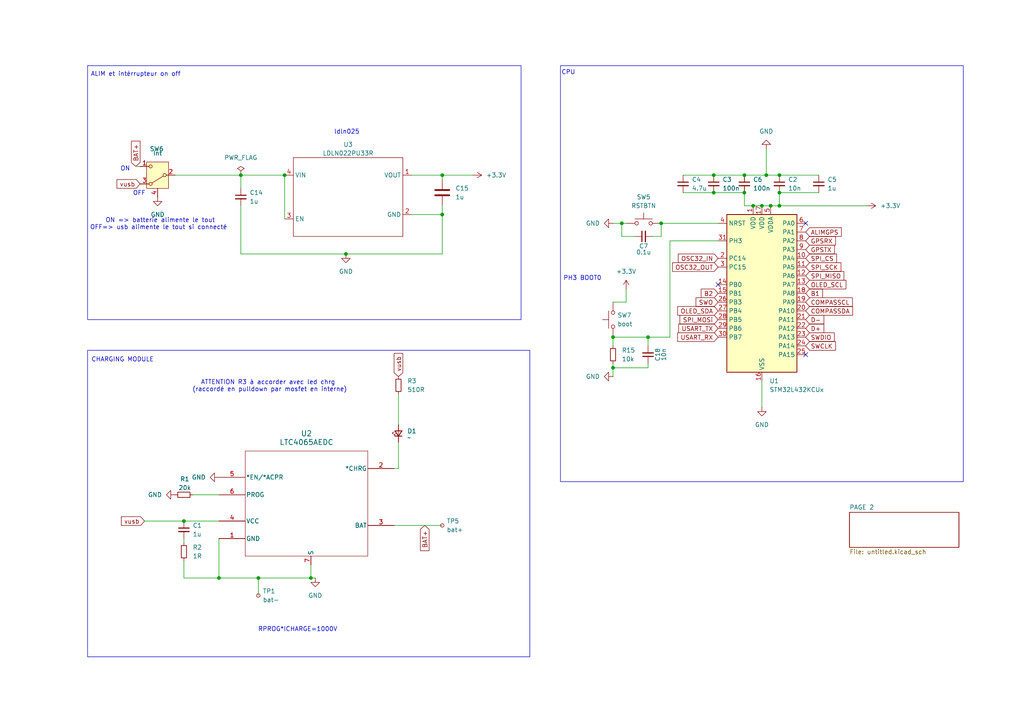
<source format=kicad_sch>
(kicad_sch (version 20231120) (generator "eeschema") (generator_version "8.0")
  (paper "A4")
  (title_block (title "Balise GPS") (company "ENSEA") (comment 1 "Pommery"))
  (lib_symbols
    (symbol "Connector:TestPoint_Small" (pin_numbers hide) (pin_names (offset 0.762) hide)
      (property "Reference" "TP" (at 0 3.81 0))
      (property "Value" "TestPoint_Small" (at 0 2.032 0))
      (symbol "TestPoint_Small_0_1"
        (circle (center 0 0) (radius 0.508))
      )
      (symbol "TestPoint_Small_1_1"
        (pin passive line (at 0 0 90) (length 0) (name "1") (number "1"))
      )
    )
    (symbol "Device:C" (pin_numbers hide) (pin_names (offset 0.254))
      (property "Reference" "C" (at 0.635 2.54 0))
      (property "Value" "C" (at 0.635 -2.54 0))
      (symbol "C_0_1"
        (polyline (pts (xy -2.032 -0.762) (xy 2.032 -0.762)) (stroke (width 0.508)))
        (polyline (pts (xy -2.032 0.762) (xy 2.032 0.762)) (stroke (width 0.508)))
      )
      (symbol "C_1_1"
        (pin passive line (at 0 3.81 270) (length 2.794) (name "~") (number "1"))
        (pin passive line (at 0 -3.81 90) (length 2.794) (name "~") (number "2"))
      )
    )
    (symbol "Device:C_Small" (pin_numbers hide) (pin_names (offset 0.254) hide)
      (property "Reference" "C" (at 0.254 1.778 0))
      (property "Value" "C_Small" (at 0.254 -2.032 0))
      (symbol "C_Small_0_1"
        (polyline (pts (xy -1.524 -0.508) (xy 1.524 -0.508)) (stroke (width 0.3302)))
        (polyline (pts (xy -1.524 0.508) (xy 1.524 0.508)) (stroke (width 0.3048)))
      )
      (symbol "C_Small_1_1"
        (pin passive line (at 0 2.54 270) (length 2.032) (name "~") (number "1"))
        (pin passive line (at 0 -2.54 90) (length 2.032) (name "~") (number "2"))
      )
    )
    (symbol "Device:LED_Small" (pin_numbers hide) (pin_names (offset 0.254) hide)
      (property "Reference" "D" (at -1.27 3.175 0))
      (property "Value" "LED_Small" (at -4.445 -2.54 0))
      (symbol "LED_Small_0_1"
        (polyline (pts (xy -0.762 -1.016) (xy -0.762 1.016)) (stroke (width 0.254)))
        (polyline (pts (xy 1.016 0) (xy -0.762 0)))
        (polyline (pts (xy 0.762 -1.016) (xy -0.762 0) (xy 0.762 1.016) (xy 0.762 -1.016)) (stroke (width 0.254)))
        (polyline (pts (xy 0 0.762) (xy -0.508 1.27) (xy -0.254 1.27) (xy -0.508 1.27) (xy -0.508 1.016)))
        (polyline (pts (xy 0.508 1.27) (xy 0 1.778) (xy 0.254 1.778) (xy 0 1.778) (xy 0 1.524)))
      )
      (symbol "LED_Small_1_1"
        (pin passive line (at -2.54 0 0) (length 1.778) (name "K") (number "1"))
        (pin passive line (at 2.54 0 180) (length 1.778) (name "A") (number "2"))
      )
    )
    (symbol "Device:R_Small" (pin_numbers hide) (pin_names (offset 0.254) hide)
      (property "Reference" "R" (at 0.762 0.508 0))
      (property "Value" "R_Small" (at 0.762 -1.016 0))
      (symbol "R_Small_0_1"
        (rectangle (start -0.762 1.778) (end 0.762 -1.778) (stroke (width 0.2032)))
      )
      (symbol "R_Small_1_1"
        (pin passive line (at 0 2.54 270) (length 0.762) (name "~") (number "1"))
        (pin passive line (at 0 -2.54 90) (length 0.762) (name "~") (number "2"))
      )
    )
    (symbol "LDLN025PU33R:LDLN025PU33R"
      (property "Reference" "U" (at 0 0 0))
      (symbol "LDLN025PU33R_0_1"
        (rectangle (start -15.24 11.43) (end 16.51 -11.43))
      )
      (symbol "LDLN025PU33R_1_1"
        (pin power_out line (at 19.05 6.35 180) (length 2.54) (name "VOUT") (number "1"))
        (pin power_out line (at 19.05 -5.08 180) (length 2.54) (name "GND") (number "2"))
        (pin input line (at -17.78 -6.35 0) (length 2.54) (name "EN") (number "3"))
        (pin power_in line (at -17.78 6.35 0) (length 2.54) (name "VIN") (number "4"))
      )
    )
    (symbol "LTC4065:LTC4065AEDC" (pin_names (offset 0.254))
      (property "Reference" "U2" (at 25.4 12.7 0))
      (property "Value" "LTC4065AEDC" (at 25.4 10.16 0))
      (symbol "LTC4065AEDC_0_1"
        (polyline (pts (xy 7.62 -22.86) (xy 43.18 -22.86)) (stroke (width 0.127)))
        (polyline (pts (xy 7.62 7.62) (xy 7.62 -22.86)) (stroke (width 0.127)))
        (polyline (pts (xy 43.18 -22.86) (xy 43.18 7.62)) (stroke (width 0.127)))
        (polyline (pts (xy 43.18 7.62) (xy 7.62 7.62)) (stroke (width 0.127)))
        (pin power_in line (at 0 -17.78 0) (length 7.62) (name "GND") (number "1"))
        (pin output line (at 50.8 2.54 180) (length 7.62) (name "*CHRG") (number "2"))
        (pin power_in line (at 0 -12.7 0) (length 7.62) (name "VCC") (number "4"))
        (pin bidirectional line (at 0 0 0) (length 7.62) (name "*EN/*ACPR") (number "5"))
        (pin unspecified line (at 0 -5.08 0) (length 7.62) (name "PROG") (number "6"))
      )
      (symbol "LTC4065AEDC_1_1"
        (pin power_out line (at 50.8 -13.97 180) (length 7.62) (name "BAT") (number "3"))
        (pin passive line (at 26.67 -25.4 90) (length 2.54) (name "S") (number "7"))
      )
    )
    (symbol "MCU_ST_STM32L4:STM32L432KCUx"
      (property "Reference" "U" (at -10.16 24.13 0))
      (property "Value" "STM32L432KCUx" (at 5.08 24.13 0))
      (symbol "STM32L432KCUx_0_1"
        (rectangle (start -10.16 -22.86) (end 10.16 22.86) (stroke (width 0.254)) (fill (type background)))
      )
      (symbol "STM32L432KCUx_1_1"
        (pin power_in line (at -2.54 25.4 270) (length 2.54) (name "VDD") (number "1"))
        (pin bidirectional line (at 12.7 10.16 180) (length 2.54) (name "PA4") (number "10"))
        (pin bidirectional line (at 12.7 7.62 180) (length 2.54) (name "PA5") (number "11"))
        (pin bidirectional line (at 12.7 5.08 180) (length 2.54) (name "PA6") (number "12"))
        (pin bidirectional line (at 12.7 2.54 180) (length 2.54) (name "PA7") (number "13"))
        (pin bidirectional line (at -12.7 2.54 0) (length 2.54) (name "PB0") (number "14"))
        (pin bidirectional line (at -12.7 0 0) (length 2.54) (name "PB1") (number "15"))
        (pin power_in line (at 0 -25.4 90) (length 2.54) (name "VSS") (number "16"))
        (pin power_in line (at 0 25.4 270) (length 2.54) (name "VDD") (number "17"))
        (pin bidirectional line (at 12.7 0 180) (length 2.54) (name "PA8") (number "18"))
        (pin bidirectional line (at 12.7 -2.54 180) (length 2.54) (name "PA9") (number "19"))
        (pin bidirectional line (at -12.7 10.16 0) (length 2.54) (name "PC14") (number "2"))
        (pin bidirectional line (at 12.7 -5.08 180) (length 2.54) (name "PA10") (number "20"))
        (pin bidirectional line (at 12.7 -7.62 180) (length 2.54) (name "PA11") (number "21"))
        (pin bidirectional line (at 12.7 -10.16 180) (length 2.54) (name "PA12") (number "22"))
        (pin bidirectional line (at 12.7 -12.7 180) (length 2.54) (name "PA13") (number "23"))
        (pin bidirectional line (at 12.7 -15.24 180) (length 2.54) (name "PA14") (number "24"))
        (pin bidirectional line (at 12.7 -17.78 180) (length 2.54) (name "PA15") (number "25"))
        (pin bidirectional line (at -12.7 -2.54 0) (length 2.54) (name "PB3") (number "26"))
        (pin bidirectional line (at -12.7 -5.08 0) (length 2.54) (name "PB4") (number "27"))
        (pin bidirectional line (at -12.7 -7.62 0) (length 2.54) (name "PB5") (number "28"))
        (pin bidirectional line (at -12.7 -10.16 0) (length 2.54) (name "PB6") (number "29"))
        (pin bidirectional line (at -12.7 7.62 0) (length 2.54) (name "PC15") (number "3"))
        (pin bidirectional line (at -12.7 -12.7 0) (length 2.54) (name "PB7") (number "30"))
        (pin bidirectional line (at -12.7 15.24 0) (length 2.54) (name "PH3") (number "31"))
        (pin passive line (at 0 -25.4 90) (length 2.54) hide (name "VSS") (number "32"))
        (pin passive line (at 0 -25.4 90) (length 2.54) hide (name "VSS") (number "33"))
        (pin input line (at -12.7 20.32 0) (length 2.54) (name "NRST") (number "4"))
        (pin power_in line (at 2.54 25.4 270) (length 2.54) (name "VDDA") (number "5"))
        (pin bidirectional line (at 12.7 20.32 180) (length 2.54) (name "PA0") (number "6"))
        (pin bidirectional line (at 12.7 17.78 180) (length 2.54) (name "PA1") (number "7"))
        (pin bidirectional line (at 12.7 15.24 180) (length 2.54) (name "PA2") (number "8"))
        (pin bidirectional line (at 12.7 12.7 180) (length 2.54) (name "PA3") (number "9"))
      )
    )
    (symbol "Switch:SW_Push" (pin_numbers hide) (pin_names (offset 1.016) hide)
      (property "Reference" "SW" (at 1.27 2.54 0))
      (property "Value" "SW_Push" (at 0 -1.524 0))
      (symbol "SW_Push_0_1"
        (circle (center -2.032 0) (radius 0.508))
        (polyline (pts (xy 0 1.27) (xy 0 3.048)))
        (polyline (pts (xy 2.54 1.27) (xy -2.54 1.27)))
        (circle (center 2.032 0) (radius 0.508))
        (pin passive line (at -5.08 0 0) (length 2.54) (name "1") (number "1"))
        (pin passive line (at 5.08 0 180) (length 2.54) (name "2") (number "2"))
      )
    )
    (symbol "Switch:SW_SPDT_321" (pin_names (offset 1) hide)
      (property "Reference" "SW6" (at 0.254 -7.62 0))
      (property "Value" "Int" (at 0 -6.35 0))
      (symbol "SW_SPDT_321_0_1"
        (circle (center -2.032 0) (radius 0.4572))
        (polyline (pts (xy -1.651 0.254) (xy 1.651 2.286)))
        (circle (center 2.032 -2.54) (radius 0.4572))
        (circle (center 2.032 2.54) (radius 0.4572))
      )
      (symbol "SW_SPDT_321_1_1"
        (rectangle (start -3.175 3.81) (end 3.175 -3.81) (fill (type background)))
        (pin passive line (at 5.08 -2.54 180) (length 2.54) (name "C") (number "1"))
        (pin passive line (at -5.08 0 0) (length 2.54) (name "B") (number "2"))
        (pin passive line (at 5.08 2.54 180) (length 2.54) (name "A") (number "3"))
        (pin passive line (at 0 6.35 270) (length 2.54) (name "S") (number "4"))
      )
    )
    (symbol "power:+3.3V" (power) (pin_numbers hide) (pin_names (offset 0) hide)
      (property "Value" "+3.3V" (at 0 3.556 0))
      (symbol "+3.3V_0_1"
        (polyline (pts (xy -0.762 1.27) (xy 0 2.54)))
        (polyline (pts (xy 0 0) (xy 0 2.54)))
        (polyline (pts (xy 0 2.54) (xy 0.762 1.27)))
      )
      (symbol "+3.3V_1_1"
        (pin power_in line (at 0 0 90) (length 0) (name "~") (number "1"))
      )
    )
    (symbol "power:GND" (power) (pin_numbers hide) (pin_names (offset 0) hide)
      (property "Value" "GND" (at 0 -3.81 0))
      (symbol "GND_0_1"
        (polyline (pts (xy 0 0) (xy 0 -1.27) (xy 1.27 -1.27) (xy 0 -2.54) (xy -1.27 -1.27) (xy 0 -1.27)))
      )
      (symbol "GND_1_1"
        (pin power_in line (at 0 0 270) (length 0) (name "~") (number "1"))
      )
    )
    (symbol "power:PWR_FLAG" (power) (pin_numbers hide) (pin_names (offset 0) hide)
      (property "Value" "PWR_FLAG" (at 0 3.81 0))
      (symbol "PWR_FLAG_0_0"
        (pin power_out line (at 0 0 90) (length 0) (name "~") (number "1"))
      )
      (symbol "PWR_FLAG_0_1"
        (polyline (pts (xy 0 0) (xy 0 1.27) (xy -1.016 1.905) (xy 0 2.54) (xy 1.016 1.905) (xy 0 1.27)))
      )
    )
  )
  (junction (at 177.8 97.79))
  (junction (at 226.06 59.69))
  (junction (at 69.85 50.8))
  (junction (at 180.34 64.77))
  (junction (at 226.06 50.8))
  (junction (at 226.06 55.88))
  (junction (at 90.17 167.64))
  (junction (at 128.27 50.8))
  (junction (at 215.9 55.88))
  (junction (at 215.9 50.8))
  (junction (at 187.96 97.79))
  (junction (at 100.33 73.66))
  (junction (at 63.5 167.64))
  (junction (at 53.34 151.13))
  (junction (at 223.52 59.69))
  (junction (at 177.8 106.68))
  (junction (at 128.27 62.23))
  (junction (at 218.44 59.69))
  (junction (at 222.25 50.8))
  (junction (at 207.01 50.8))
  (junction (at 82.55 50.8))
  (junction (at 191.77 64.77))
  (junction (at 74.93 167.64))
  (junction (at 207.01 55.88))
  (junction (at 220.98 59.69))
  (no_connect (at 233.68 102.87))
  (no_connect (at 233.68 64.77))
  (no_connect (at 208.28 82.55))
  (wire (pts (xy 191.77 64.77) (xy 208.28 64.77)))
  (wire (pts (xy 114.3 152.4) (xy 128.27 152.4)))
  (wire (pts (xy 177.8 97.79) (xy 187.96 97.79)))
  (wire (pts (xy 226.06 55.88) (xy 226.06 59.69)))
  (wire (pts (xy 180.34 64.77) (xy 181.61 64.77)))
  (wire (pts (xy 181.61 83.82) (xy 181.61 87.63)))
  (wire (pts (xy 177.8 100.33) (xy 177.8 97.79)))
  (wire (pts (xy 208.28 69.85) (xy 194.31 69.85)))
  (wire (pts (xy 114.3 135.89) (xy 115.57 135.89)))
  (wire (pts (xy 119.38 62.23) (xy 128.27 62.23)))
  (wire (pts (xy 187.96 106.68) (xy 177.8 106.68)))
  (wire (pts (xy 69.85 50.8) (xy 69.85 54.61)))
  (wire (pts (xy 226.06 55.88) (xy 237.49 55.88)))
  (wire (pts (xy 184.15 68.58) (xy 180.34 68.58)))
  (wire (pts (xy 128.27 62.23) (xy 128.27 59.69)))
  (wire (pts (xy 53.34 151.13) (xy 63.5 151.13)))
  (wire (pts (xy 90.17 163.83) (xy 90.17 167.64)))
  (wire (pts (xy 220.98 59.69) (xy 223.52 59.69)))
  (wire (pts (xy 63.5 167.64) (xy 74.93 167.64)))
  (wire (pts (xy 220.98 110.49) (xy 220.98 118.11)))
  (wire (pts (xy 191.77 64.77) (xy 191.77 68.58)))
  (wire (pts (xy 218.44 59.69) (xy 220.98 59.69)))
  (wire (pts (xy 128.27 73.66) (xy 100.33 73.66)))
  (wire (pts (xy 128.27 62.23) (xy 128.27 73.66)))
  (wire (pts (xy 69.85 59.69) (xy 69.85 73.66)))
  (wire (pts (xy 53.34 167.64) (xy 63.5 167.64)))
  (wire (pts (xy 82.55 63.5) (xy 82.55 50.8)))
  (wire (pts (xy 177.8 106.68) (xy 177.8 109.22)))
  (wire (pts (xy 226.06 50.8) (xy 237.49 50.8)))
  (wire (pts (xy 207.01 55.88) (xy 215.9 55.88)))
  (wire (pts (xy 215.9 50.8) (xy 222.25 50.8)))
  (wire (pts (xy 69.85 73.66) (xy 100.33 73.66)))
  (wire (pts (xy 226.06 59.69) (xy 251.46 59.69)))
  (wire (pts (xy 177.8 105.41) (xy 177.8 106.68)))
  (wire (pts (xy 187.96 97.79) (xy 194.31 97.79)))
  (wire (pts (xy 215.9 55.88) (xy 215.9 59.69)))
  (wire (pts (xy 74.93 167.64) (xy 74.93 172.72)))
  (wire (pts (xy 198.12 50.8) (xy 207.01 50.8)))
  (wire (pts (xy 119.38 50.8) (xy 128.27 50.8)))
  (wire (pts (xy 128.27 50.8) (xy 128.27 52.07)))
  (wire (pts (xy 115.57 114.3) (xy 115.57 123.19)))
  (wire (pts (xy 69.85 50.8) (xy 82.55 50.8)))
  (wire (pts (xy 207.01 50.8) (xy 215.9 50.8)))
  (wire (pts (xy 115.57 135.89) (xy 115.57 128.27)))
  (wire (pts (xy 189.23 68.58) (xy 191.77 68.58)))
  (wire (pts (xy 53.34 162.56) (xy 53.34 167.64)))
  (wire (pts (xy 198.12 55.88) (xy 207.01 55.88)))
  (wire (pts (xy 50.8 50.8) (xy 69.85 50.8)))
  (wire (pts (xy 215.9 59.69) (xy 218.44 59.69)))
  (wire (pts (xy 222.25 43.18) (xy 222.25 50.8)))
  (wire (pts (xy 90.17 167.64) (xy 91.44 167.64)))
  (wire (pts (xy 74.93 167.64) (xy 90.17 167.64)))
  (wire (pts (xy 55.88 143.51) (xy 63.5 143.51)))
  (wire (pts (xy 63.5 156.21) (xy 63.5 167.64)))
  (wire (pts (xy 222.25 50.8) (xy 226.06 50.8)))
  (wire (pts (xy 194.31 69.85) (xy 194.31 97.79)))
  (wire (pts (xy 187.96 105.41) (xy 187.96 106.68)))
  (wire (pts (xy 41.91 151.13) (xy 53.34 151.13)))
  (wire (pts (xy 128.27 50.8) (xy 137.16 50.8)))
  (wire (pts (xy 39.37 48.26) (xy 40.64 48.26)))
  (wire (pts (xy 226.06 59.69) (xy 223.52 59.69)))
  (wire (pts (xy 180.34 68.58) (xy 180.34 64.77)))
  (wire (pts (xy 181.61 87.63) (xy 177.8 87.63)))
  (wire (pts (xy 187.96 97.79) (xy 187.96 100.33)))
  (wire (pts (xy 53.34 156.21) (xy 53.34 157.48)))
  (wire (pts (xy 177.8 64.77) (xy 180.34 64.77)))
  (rectangle (start 162.56 19.05) (end 279.4 139.7))
  (rectangle (start 25.4 101.6) (end 153.67 190.5))
  (rectangle (start 25.4 19.05) (end 151.13 92.71))
  (text "PH3 BOOT0 " (at 169.418 80.772 0) (effects (font (size 1.27 1.27))))
  (text "CHARGING MODULE" (at 35.56 104.394 0) (effects (font (size 1.27 1.27))))
  (text "ON" (at 36.322 49.022 0) (effects (font (size 1.27 1.27))))
  (text "OFF" (at 40.386 56.134 0) (effects (font (size 1.27 1.27))))
  (text "ON => batterie alimente le tout\nOFF=> usb alimente le tout si connecté " (at 46.482 65.024 0) (effects (font (size 1.27 1.27))))
  (text "ATTENTION R3 à accorder avec led chrg \n(raccordé en pulldown par mosfet en interne)\n" (at 78.232 112.014 0) (effects (font (size 1.27 1.27))))
  (text "ldln025" (at 100.584 38.354 0) (effects (font (size 1.27 1.27))))
  (text "ALIM et intérrupteur on off" (at 39.37 21.59 0) (effects (font (size 1.27 1.27))))
  (text "RPROG*ICHARGE=1000V" (at 86.36 182.626 0) (effects (font (size 1.27 1.27))))
  (text "CPU" (at 164.846 21.082 0) (effects (font (size 1.27 1.27))))
  (global_label "OSC32_OUT" (shape input) (at 208.28 77.47 180) (property "Intersheetrefs" "${INTERSHEET_REFS}" (effects (hide yes))))
  (global_label "SWO" (shape input) (at 208.28 87.63 180) (property "Intersheetrefs" "${INTERSHEET_REFS}" (effects (hide yes))))
  (global_label "OSC32_IN" (shape input) (at 208.28 74.93 180) (property "Intersheetrefs" "${INTERSHEET_REFS}" (effects (hide yes))))
  (global_label "SPI_MOSi" (shape input) (at 208.28 92.71 180) (property "Intersheetrefs" "${INTERSHEET_REFS}" (effects (hide yes))))
  (global_label "GPSRX" (shape input) (at 233.68 69.85 0) (property "Intersheetrefs" "${INTERSHEET_REFS}" (effects (hide yes))))
  (global_label "GPSTX" (shape input) (at 233.68 72.39 0) (property "Intersheetrefs" "${INTERSHEET_REFS}" (effects (hide yes))))
  (global_label "SPI_CS" (shape input) (at 233.68 74.93 0) (property "Intersheetrefs" "${INTERSHEET_REFS}" (effects (hide yes))))
  (global_label "COMPASSDA" (shape input) (at 233.68 90.17 0) (property "Intersheetrefs" "${INTERSHEET_REFS}" (effects (hide yes))))
  (global_label "vusb" (shape input) (at 115.57 109.22 90) (property "Intersheetrefs" "${INTERSHEET_REFS}" (effects (hide yes))))
  (global_label "SWDIO" (shape input) (at 233.68 97.79 0) (property "Intersheetrefs" "${INTERSHEET_REFS}" (effects (hide yes))))
  (global_label "USART_TX" (shape input) (at 208.28 95.25 180) (property "Intersheetrefs" "${INTERSHEET_REFS}" (effects (hide yes))))
  (global_label "vusb" (shape input) (at 41.91 151.13 180) (property "Intersheetrefs" "${INTERSHEET_REFS}" (effects (hide yes))))
  (global_label "ALIMGPS" (shape input) (at 233.68 67.31 0) (property "Intersheetrefs" "${INTERSHEET_REFS}" (effects (hide yes))))
  (global_label "BAT+" (shape input) (at 39.37 48.26 90) (property "Intersheetrefs" "${INTERSHEET_REFS}" (effects (hide yes))))
  (global_label "OLED_SDA" (shape input) (at 208.28 90.17 180) (property "Intersheetrefs" "${INTERSHEET_REFS}" (effects (hide yes))))
  (global_label "B2" (shape input) (at 208.28 85.09 180) (property "Intersheetrefs" "${INTERSHEET_REFS}" (effects (hide yes))))
  (global_label "SPI_MISO" (shape input) (at 233.68 80.01 0) (property "Intersheetrefs" "${INTERSHEET_REFS}" (effects (hide yes))))
  (global_label "B1" (shape input) (at 233.68 85.09 0) (property "Intersheetrefs" "${INTERSHEET_REFS}" (effects (hide yes))))
  (global_label "USART_RX" (shape input) (at 208.28 97.79 180) (property "Intersheetrefs" "${INTERSHEET_REFS}" (effects (hide yes))))
  (global_label "D+" (shape input) (at 233.68 95.25 0) (property "Intersheetrefs" "${INTERSHEET_REFS}" (effects (hide yes))))
  (global_label "BAT+" (shape input) (at 123.19 152.4 270) (property "Intersheetrefs" "${INTERSHEET_REFS}" (effects (hide yes))))
  (global_label "D-" (shape input) (at 233.68 92.71 0) (property "Intersheetrefs" "${INTERSHEET_REFS}" (effects (hide yes))))
  (global_label "SWCLK" (shape input) (at 233.68 100.33 0) (property "Intersheetrefs" "${INTERSHEET_REFS}" (effects (hide yes))))
  (global_label "SPI_SCK" (shape input) (at 233.68 77.47 0) (property "Intersheetrefs" "${INTERSHEET_REFS}" (effects (hide yes))))
  (global_label "COMPASSCL" (shape input) (at 233.68 87.63 0) (property "Intersheetrefs" "${INTERSHEET_REFS}" (effects (hide yes))))
  (global_label "vusb" (shape input) (at 40.64 53.34 180) (property "Intersheetrefs" "${INTERSHEET_REFS}" (effects (hide yes))))
  (global_label "OLED_SCL" (shape input) (at 233.68 82.55 0) (property "Intersheetrefs" "${INTERSHEET_REFS}" (effects (hide yes))))
  (symbol (lib_id "power:GND") (at 63.5 138.43 270) (unit 1)
    (property "Reference" "#PWR02" (effects (hide yes)))
    (property "Value" "GND" (at 59.69 138.4299 90) (effects (justify right)))
    (property "Description" "Power symbol creates a global label with name \"GND\" , ground" (effects (hide yes)))
  )
  (symbol (lib_id "Device:C_Small") (at 226.06 53.34 0) (unit 1)
    (property "Reference" "C2" (at 228.6 52.0762 0) (effects (justify left)))
    (property "Value" "10n" (at 228.6 54.6162 0) (effects (justify left)))
    (property "Footprint" "Capacitor_SMD:C_0402_1005Metric_Pad0.74x0.62mm_HandSolder" (effects (hide yes)))
    (property "Description" "Unpolarized capacitor, small symbol" (effects (hide yes)))
  )
  (symbol (lib_id "power:PWR_FLAG") (at 69.85 50.8 0) (unit 1)
    (property "Reference" "#FLG02" (effects (hide yes)))
    (property "Value" "PWR_FLAG" (at 69.85 45.72 0))
    (property "Description" "Special symbol for telling ERC where power comes from" (effects (hide yes)))
  )
  (symbol (lib_id "Switch:SW_Push") (at 177.8 92.71 90) (unit 1)
    (property "Reference" "SW7" (at 179.07 91.4399 90) (effects (justify right)))
    (property "Value" "boot" (at 179.07 93.9799 90) (effects (justify right)))
    (property "Footprint" "KXT3:SW_KXT3" (effects (hide yes)))
    (property "Description" "Push button switch, generic, two pins" (effects (hide yes)))
  )
  (symbol (lib_id "Device:C_Small") (at 215.9 53.34 0) (unit 1)
    (property "Reference" "C6" (at 218.44 52.0762 0) (effects (justify left)))
    (property "Value" "100n" (at 218.44 54.6162 0) (effects (justify left)))
    (property "Footprint" "Capacitor_SMD:C_0402_1005Metric_Pad0.74x0.62mm_HandSolder" (effects (hide yes)))
    (property "Description" "Unpolarized capacitor, small symbol" (effects (hide yes)))
  )
  (symbol (lib_id "Device:R_Small") (at 177.8 102.87 0) (unit 1)
    (property "Reference" "R15" (at 180.34 101.5999 0) (effects (justify left)))
    (property "Value" "10k" (at 180.34 104.1399 0) (effects (justify left)))
    (property "Footprint" "Resistor_SMD:R_0402_1005Metric_Pad0.72x0.64mm_HandSolder" (effects (hide yes)))
    (property "Description" "Resistor, small symbol" (effects (hide yes)))
  )
  (symbol (lib_id "Device:C_Small") (at 69.85 57.15 0) (unit 1)
    (property "Reference" "C14" (at 72.39 55.8862 0) (effects (justify left)))
    (property "Value" "1u" (at 72.39 58.4262 0) (effects (justify left)))
    (property "Footprint" "Capacitor_SMD:C_0402_1005Metric_Pad0.74x0.62mm_HandSolder" (effects (hide yes)))
    (property "Description" "Unpolarized capacitor, small symbol" (effects (hide yes)))
  )
  (symbol (lib_id "Device:R_Small") (at 53.34 160.02 0) (unit 1)
    (property "Reference" "R2" (at 55.88 158.7499 0) (effects (justify left)))
    (property "Value" "1R" (at 55.88 161.2899 0) (effects (justify left)))
    (property "Footprint" "Resistor_SMD:R_0402_1005Metric_Pad0.72x0.64mm_HandSolder" (effects (hide yes)))
    (property "Description" "Resistor, small symbol" (effects (hide yes)))
  )
  (symbol (lib_id "power:GND") (at 91.44 167.64 0) (unit 1)
    (property "Reference" "#PWR04" (effects (hide yes)))
    (property "Value" "GND" (at 91.44 172.72 0))
    (property "Description" "Power symbol creates a global label with name \"GND\" , ground" (effects (hide yes)))
  )
  (symbol (lib_id "Device:C_Small") (at 237.49 53.34 0) (unit 1)
    (property "Reference" "C5" (at 240.03 52.0762 0) (effects (justify left)))
    (property "Value" "1u" (at 240.03 54.6162 0) (effects (justify left)))
    (property "Footprint" "Capacitor_SMD:C_0402_1005Metric_Pad0.74x0.62mm_HandSolder" (effects (hide yes)))
    (property "Description" "Unpolarized capacitor, small symbol" (effects (hide yes)))
  )
  (symbol (lib_id "Device:C_Small") (at 53.34 153.67 0) (unit 1)
    (property "Reference" "C1" (at 55.88 152.4062 0) (effects (justify left)))
    (property "Value" "1u" (at 55.88 154.9462 0) (effects (justify left)))
    (property "Footprint" "Capacitor_SMD:C_0402_1005Metric_Pad0.74x0.62mm_HandSolder" (effects (hide yes)))
    (property "Description" "Unpolarized capacitor, small symbol" (effects (hide yes)))
  )
  (symbol (lib_id "Device:R_Small") (at 53.34 143.51 90) (unit 1)
    (property "Reference" "R1" (at 53.594 138.938 90))
    (property "Value" "20k" (at 53.594 141.478 90))
    (property "Footprint" "Resistor_SMD:R_0402_1005Metric_Pad0.72x0.64mm_HandSolder" (effects (hide yes)))
    (property "Description" "Resistor, small symbol" (effects (hide yes)))
  )
  (symbol (lib_id "power:GND") (at 177.8 109.22 270) (unit 1)
    (property "Reference" "#PWR015" (effects (hide yes)))
    (property "Value" "GND" (at 173.99 109.2199 90) (effects (justify right)))
    (property "Description" "Power symbol creates a global label with name \"GND\" , ground" (effects (hide yes)))
  )
  (symbol (lib_id "Switch:SW_Push") (at 186.69 64.77 0) (unit 1)
    (property "Reference" "SW5" (at 186.69 57.15 0))
    (property "Value" "RSTBTN" (at 186.69 59.69 0))
    (property "Footprint" "KXT3:SW_KXT3" (effects (hide yes)))
    (property "Description" "Push button switch, generic, two pins" (effects (hide yes)))
  )
  (symbol (lib_id "Device:C_Small") (at 207.01 53.34 0) (unit 1)
    (property "Reference" "C3" (at 209.55 52.0762 0) (effects (justify left)))
    (property "Value" "100n" (at 209.55 54.6162 0) (effects (justify left)))
    (property "Footprint" "Capacitor_SMD:C_0402_1005Metric_Pad0.74x0.62mm_HandSolder" (effects (hide yes)))
    (property "Description" "Unpolarized capacitor, small symbol" (effects (hide yes)))
  )
  (symbol (lib_id "Device:C_Small") (at 186.69 68.58 90) (unit 1)
    (property "Reference" "C7" (at 186.69 71.374 90))
    (property "Value" "0.1u" (at 186.69 73.152 90))
    (property "Footprint" "Capacitor_SMD:C_0402_1005Metric_Pad0.74x0.62mm_HandSolder" (effects (hide yes)))
    (property "Description" "Unpolarized capacitor, small symbol" (effects (hide yes)))
  )
  (symbol (lib_id "power:GND") (at 100.33 73.66 0) (unit 1)
    (property "Reference" "#PWR032" (effects (hide yes)))
    (property "Value" "GND" (at 100.33 78.74 0))
    (property "Description" "Power symbol creates a global label with name \"GND\" , ground" (effects (hide yes)))
  )
  (symbol (lib_id "power:GND") (at 222.25 43.18 180) (unit 1)
    (property "Reference" "#PWR012" (effects (hide yes)))
    (property "Value" "GND" (at 222.25 38.1 0))
    (property "Description" "Power symbol creates a global label with name \"GND\" , ground" (effects (hide yes)))
  )
  (symbol (lib_id "power:GND") (at 177.8 64.77 270) (unit 1)
    (property "Reference" "#PWR014" (effects (hide yes)))
    (property "Value" "GND" (at 173.99 64.7699 90) (effects (justify right)))
    (property "Description" "Power symbol creates a global label with name \"GND\" , ground" (effects (hide yes)))
  )
  (symbol (lib_id "power:+3.3V") (at 137.16 50.8 270) (unit 1)
    (property "Reference" "#PWR031" (effects (hide yes)))
    (property "Value" "+3.3V" (at 140.97 50.7999 90) (effects (justify left)))
    (property "Description" "Power symbol creates a global label with name \"+3.3V\"" (effects (hide yes)))
  )
  (symbol (lib_id "LTC4065:LTC4065AEDC") (at 63.5 138.43 0) (unit 1)
    (property "Reference" "U2" (at 88.9 125.73 0) (effects (font (size 1.524 1.524))))
    (property "Value" "LTC4065AEDC" (at 88.9 128.27 0) (effects (font (size 1.524 1.524))))
    (property "Footprint" "LTC4065:DFN-6_DC_LIT" (effects (hide yes)))
    (property "Datasheet" "https://www.analog.com/media/en/technical-documentation/data-sheets/4065fb.pdf" (effects (hide yes)))
    (property "Description" "LTC4065AEDC" (effects (hide yes)))
  )
  (symbol (lib_id "Device:R_Small") (at 115.57 111.76 0) (unit 1)
    (property "Reference" "R3" (at 118.11 110.4899 0) (effects (justify left)))
    (property "Value" "510R" (at 118.11 113.0299 0) (effects (justify left)))
    (property "Footprint" "Resistor_SMD:R_0402_1005Metric_Pad0.72x0.64mm_HandSolder" (effects (hide yes)))
    (property "Description" "Resistor, small symbol" (effects (hide yes)))
  )
  (symbol (lib_id "power:+3.3V") (at 251.46 59.69 270) (unit 1)
    (property "Reference" "#PWR013" (effects (hide yes)))
    (property "Value" "+3.3V" (at 255.27 59.6899 90) (effects (justify left)))
    (property "Description" "Power symbol creates a global label with name \"+3.3V\"" (effects (hide yes)))
  )
  (symbol (lib_id "Device:C_Small") (at 187.96 102.87 180) (unit 1)
    (property "Reference" "C18" (at 190.754 102.87 90))
    (property "Value" "10n" (at 192.532 102.87 90))
    (property "Footprint" "Capacitor_SMD:C_0402_1005Metric_Pad0.74x0.62mm_HandSolder" (effects (hide yes)))
    (property "Description" "Unpolarized capacitor, small symbol" (effects (hide yes)))
  )
  (symbol (lib_id "power:GND") (at 220.98 118.11 0) (unit 1)
    (property "Reference" "#PWR01" (effects (hide yes)))
    (property "Value" "GND" (at 220.98 123.19 0))
    (property "Description" "Power symbol creates a global label with name \"GND\" , ground" (effects (hide yes)))
  )
  (symbol (lib_id "Connector:TestPoint_Small") (at 74.93 172.72 0) (unit 1)
    (property "Reference" "TP1" (at 76.2 171.4499 0) (effects (justify left)))
    (property "Value" "bat-" (at 76.2 173.9899 0) (effects (justify left)))
    (property "Footprint" "TestPoint:TestPoint_THTPad_D1.0mm_Drill0.5mm" (effects (hide yes)))
    (property "Description" "test point" (effects (hide yes)))
  )
  (symbol (lib_id "power:GND") (at 50.8 143.51 270) (unit 1)
    (property "Reference" "#PWR03" (effects (hide yes)))
    (property "Value" "GND" (at 46.99 143.5099 90) (effects (justify right)))
    (property "Description" "Power symbol creates a global label with name \"GND\" , ground" (effects (hide yes)))
  )
  (symbol (lib_id "LDLN025PU33R:LDLN025PU33R") (at 100.33 57.15 0) (unit 1)
    (property "Reference" "U3" (at 100.965 41.91 0))
    (property "Value" "LDLN022PU33R" (at 100.965 44.45 0))
    (property "Footprint" "LDLN025PU33R:LDLN025PU33R" (effects (hide yes)))
  )
  (symbol (lib_id "Device:LED_Small") (at 115.57 125.73 90) (unit 1)
    (property "Reference" "D1" (at 118.11 125.0314 90) (effects (justify right)))
    (property "Value" "~" (at 118.11 126.9365 90) (effects (justify right)))
    (property "Footprint" "LED_SMD:LED_0201_0603Metric_Pad0.64x0.40mm_HandSolder" (effects (hide yes)))
    (property "Description" "Light emitting diode, small symbol" (effects (hide yes)))
  )
  (symbol (lib_id "power:+3.3V") (at 181.61 83.82 0) (unit 1)
    (property "Reference" "#PWR030" (effects (hide yes)))
    (property "Value" "+3.3V" (at 181.61 78.74 0))
    (property "Description" "Power symbol creates a global label with name \"+3.3V\"" (effects (hide yes)))
  )
  (symbol (lib_id "MCU_ST_STM32L4:STM32L432KCUx") (at 220.98 85.09 0) (unit 1)
    (property "Reference" "U1" (at 223.1741 110.49 0) (effects (justify left)))
    (property "Value" "STM32L432KCUx" (at 223.1741 113.03 0) (effects (justify left)))
    (property "Footprint" "Package_DFN_QFN:QFN-32-1EP_5x5mm_P0.5mm_EP3.45x3.45mm" (effects (hide yes)))
    (property "Datasheet" "https://www.st.com/resource/en/datasheet/stm32l432kc.pdf" (effects (hide yes)))
    (property "Description" "STMicroelectronics Arm Cortex-M4 MCU, 256KB flash, 64KB RAM, 80 MHz, 1.71-3.6V, 26 GPIO, UFQFPN32" (effects (hide yes)))
  )
  (symbol (lib_id "Device:C") (at 128.27 55.88 0) (unit 1)
    (property "Reference" "C15" (at 132.08 54.6099 0) (effects (justify left)))
    (property "Value" "1u" (at 132.08 57.1499 0) (effects (justify left)))
    (property "Footprint" "Capacitor_SMD:C_0402_1005Metric_Pad0.74x0.62mm_HandSolder" (effects (hide yes)))
    (property "Description" "Unpolarized capacitor" (effects (hide yes)))
  )
  (symbol (lib_id "Switch:SW_SPDT_321") (at 45.72 50.8 180) (unit 1)
    (property "Reference" "SW6" (at 45.466 43.18 0))
    (property "Value" "Int" (at 45.72 44.45 0))
    (property "Footprint" "PCM:SW_PCM" (effects (hide yes)))
    (property "Description" "Switch, single pole double throw" (effects (hide yes)))
  )
  (symbol (lib_id "power:GND") (at 45.72 57.15 0) (unit 1)
    (property "Reference" "#PWR018" (effects (hide yes)))
    (property "Value" "GND" (at 45.72 62.23 0))
    (property "Description" "Power symbol creates a global label with name \"GND\" , ground" (effects (hide yes)))
  )
  (symbol (lib_id "Connector:TestPoint_Small") (at 128.27 152.4 0) (unit 1)
    (property "Reference" "TP5" (at 129.54 151.1299 0) (effects (justify left)))
    (property "Value" "bat+" (at 129.54 153.6699 0) (effects (justify left)))
    (property "Footprint" "TestPoint:TestPoint_THTPad_D1.0mm_Drill0.5mm" (effects (hide yes)))
    (property "Description" "test point" (effects (hide yes)))
  )
  (symbol (lib_id "Device:C_Small") (at 198.12 53.34 0) (unit 1)
    (property "Reference" "C4" (at 200.66 52.0762 0) (effects (justify left)))
    (property "Value" "4.7u" (at 200.66 54.6162 0) (effects (justify left)))
    (property "Footprint" "Capacitor_SMD:C_0402_1005Metric_Pad0.74x0.62mm_HandSolder" (effects (hide yes)))
    (property "Description" "Unpolarized capacitor, small symbol" (effects (hide yes)))
  )
  (sheet (at 246.38 148.59) (size 31.75 10.16) (stroke (width 0.1524))
    (property "Sheetname" "PAGE 2" (at 246.38 147.8784 0) (effects (justify left bottom)))
    (property "Sheetfile" "untitled.kicad_sch" (at 246.38 159.3346 0) (effects (justify left top)))
  )
)
</source>
